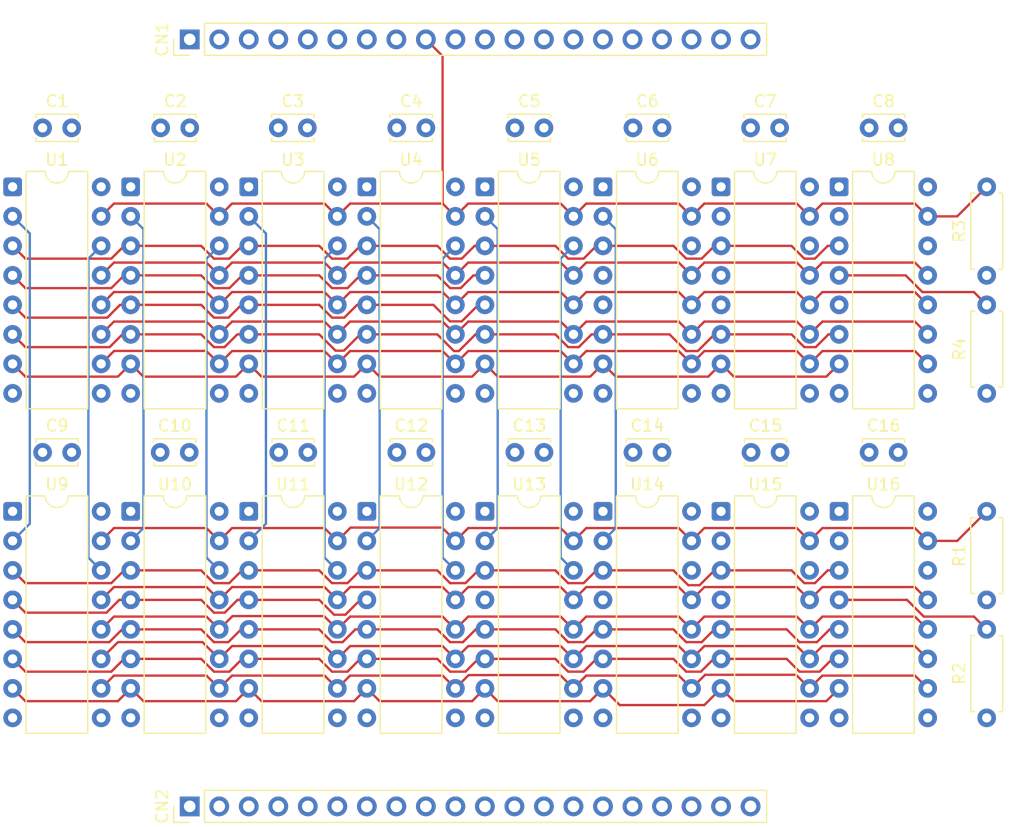
<source format=kicad_pcb>
(kicad_pcb (version 20241229) (generator "pcbnew") (generator_version "9.0")
  (layers (0 "F.Cu" signal) (2 "B.Cu" signal) (13 "F.Paste" user) (15 "B.Paste" user) (5 "F.SilkS" user "F.Silkscreen") (7 "B.SilkS" user "B.Silkscreen") (1 "F.Mask" user) (3 "B.Mask" user) (25 "Edge.Cuts" user))
  (net 0 "")
  (net 1 "V_{CC}")
  (net 2 "V_{SS}")
  (net 3 "/~{CAS_{III}}")
  (net 4 "/~{RAS_{IV}}")
  (net 5 "V_{DD}")
  (net 6 "/A_{1}")
  (net 7 "V_{BB}")
  (net 8 "/A_{3}")
  (net 9 "/A_{0}")
  (net 10 "/~{RAS_{III}}")
  (net 11 "/~{CAS_{IV}}")
  (net 12 "/A_{6}")
  (net 13 "/A_{2}")
  (net 14 "/A_{5}")
  (net 15 "/~{WRITE}")
  (net 16 "/A_{4}")
  (net 17 "/DOUT_{5}")
  (net 18 "/DOUT_{2}")
  (net 19 "/DOUT_{1}")
  (net 20 "/DOUT_{0}")
  (net 21 "/DOUT_{6}")
  (net 22 "/DOUT_{3}")
  (net 23 "/DOUT_{7}")
  (net 24 "/DIN_{5}")
  (net 25 "/DOUT_{4}")
  (net 26 "/DIN_{2}")
  (net 27 "/DIN_{0}")
  (net 28 "/DIN_{4}")
  (net 29 "/DIN_{1}")
  (net 30 "/DIN_{7}")
  (net 31 "/DIN_{6}")
  (net 32 "/DIN_{3}")
  (footprint "Package_DIP:DIP-16_W7.62mm" (layer "F.Cu") (at 88.9 81.28)
    (property "Reference" "U11")
    (property "Value" "MK4116N" (hide yes))
  )
  (footprint "Resistor_THT:R_Axial_DIN0207_L6.3mm_D2.5mm_P7.62mm_Horizontal" (layer "F.Cu") (at 152.4 71.12 90)
    (property "Reference" "R4")
    (property "Value" "1KΩ")
  )
  (footprint "Connector_PinHeader_2.54mm:PinHeader_1x20_P2.54mm_Vertical" (layer "F.Cu") (at 83.82 40.64 90)
    (property "Reference" "CN1")
    (property "Value" "Address & Power")
  )
  (footprint "Capacitor_THT:C_Disc_D3.4mm_W2.1mm_P2.50mm" (layer "F.Cu") (at 121.96 76.2)
    (property "Reference" "C14")
    (property "Value" "100µF" (hide yes))
  )
  (footprint "Package_DIP:DIP-16_W7.62mm" (layer "F.Cu") (at 119.38 81.28)
    (property "Reference" "U14")
    (property "Value" "MK4116N" (hide yes))
  )
  (footprint "Capacitor_THT:C_Disc_D3.4mm_W2.1mm_P2.50mm" (layer "F.Cu") (at 132.08 48.26)
    (property "Reference" "C7")
    (property "Value" "100µF" (hide yes))
  )
  (footprint "Package_DIP:DIP-16_W7.62mm" (layer "F.Cu") (at 139.7 81.28)
    (property "Reference" "U16")
    (property "Value" "MK4116N" (hide yes))
  )
  (footprint "Capacitor_THT:C_Disc_D3.4mm_W2.1mm_P2.50mm" (layer "F.Cu") (at 121.96 48.26)
    (property "Reference" "C6")
    (property "Value" "100µF" (hide yes))
  )
  (footprint "Package_DIP:DIP-16_W7.62mm" (layer "F.Cu") (at 129.54 81.28)
    (property "Reference" "U15")
    (property "Value" "MK4116N" (hide yes))
  )
  (footprint "Package_DIP:DIP-16_W7.62mm" (layer "F.Cu") (at 99.06 81.28)
    (property "Reference" "U12")
    (property "Value" "MK4116N" (hide yes))
  )
  (footprint "Capacitor_THT:C_Disc_D3.4mm_W2.1mm_P2.50mm" (layer "F.Cu") (at 91.48 76.2)
    (property "Reference" "C11")
    (property "Value" "100µF" (hide yes))
  )
  (footprint "Capacitor_THT:C_Disc_D3.4mm_W2.1mm_P2.50mm" (layer "F.Cu") (at 142.28 48.26)
    (property "Reference" "C8")
    (property "Value" "100µF" (hide yes))
  )
  (footprint "Capacitor_THT:C_Disc_D3.4mm_W2.1mm_P2.50mm" (layer "F.Cu") (at 71.16 76.2)
    (property "Reference" "C9")
    (property "Value" "100µF" (hide yes))
  )
  (footprint "Capacitor_THT:C_Disc_D3.4mm_W2.1mm_P2.50mm" (layer "F.Cu") (at 111.8 76.2)
    (property "Reference" "C13")
    (property "Value" "100µF" (hide yes))
  )
  (footprint "Package_DIP:DIP-16_W7.62mm" (layer "F.Cu") (at 68.58 81.28)
    (property "Reference" "U9")
    (property "Value" "MK4116N" (hide yes))
  )
  (footprint "Package_DIP:DIP-16_W7.62mm" (layer "F.Cu") (at 78.74 53.34)
    (property "Reference" "U2")
    (property "Value" "MK4116N" (hide yes))
  )
  (footprint "Capacitor_THT:C_Disc_D3.4mm_W2.1mm_P2.50mm" (layer "F.Cu") (at 91.44 48.26)
    (property "Reference" "C3")
    (property "Value" "100µF" (hide yes))
  )
  (footprint "Capacitor_THT:C_Disc_D3.4mm_W2.1mm_P2.50mm" (layer "F.Cu") (at 81.32 48.26)
    (property "Reference" "C2")
    (property "Value" "100µF" (hide yes))
  )
  (footprint "Package_DIP:DIP-16_W7.62mm" (layer "F.Cu") (at 88.9 53.34)
    (property "Reference" "U3")
    (property "Value" "MK4116N" (hide yes))
  )
  (footprint "Package_DIP:DIP-16_W7.62mm" (layer "F.Cu") (at 119.38 53.34)
    (property "Reference" "U6")
    (property "Value" "MK4116N" (hide yes))
  )
  (footprint "Resistor_THT:R_Axial_DIN0207_L6.3mm_D2.5mm_P7.62mm_Horizontal" (layer "F.Cu") (at 152.4 88.9 90)
    (property "Reference" "R1")
    (property "Value" "1KΩ")
  )
  (footprint "Package_DIP:DIP-16_W7.62mm" (layer "F.Cu") (at 78.74 81.28)
    (property "Reference" "U10")
    (property "Value" "MK4116N" (hide yes))
  )
  (footprint "Capacitor_THT:C_Disc_D3.4mm_W2.1mm_P2.50mm" (layer "F.Cu") (at 71.16 48.26)
    (property "Reference" "C1")
    (property "Value" "100µF" (hide yes))
  )
  (footprint "Connector_PinHeader_2.54mm:PinHeader_1x20_P2.54mm_Vertical" (layer "F.Cu") (at 83.82 106.68 90)
    (property "Reference" "CN2")
    (property "Value" "Data")
  )
  (footprint "Package_DIP:DIP-16_W7.62mm" (layer "F.Cu") (at 99.06 53.34)
    (property "Reference" "U4")
    (property "Value" "MK4116N" (hide yes))
  )
  (footprint "Resistor_THT:R_Axial_DIN0207_L6.3mm_D2.5mm_P7.62mm_Horizontal" (layer "F.Cu") (at 152.4 60.96 90)
    (property "Reference" "R3")
    (property "Value" "1KΩ")
  )
  (footprint "Package_DIP:DIP-16_W7.62mm" (layer "F.Cu") (at 68.58 53.34)
    (property "Reference" "U1")
    (property "Value" "MK4116N" (hide yes))
  )
  (footprint "Capacitor_THT:C_Disc_D3.4mm_W2.1mm_P2.50mm" (layer "F.Cu") (at 111.8 48.26)
    (property "Reference" "C5")
    (property "Value" "100µF" (hide yes))
  )
  (footprint "Package_DIP:DIP-16_W7.62mm" (layer "F.Cu") (at 129.54 53.34)
    (property "Reference" "U7")
    (property "Value" "MK4116N" (hide yes))
  )
  (footprint "Capacitor_THT:C_Disc_D3.4mm_W2.1mm_P2.50mm" (layer "F.Cu") (at 142.28 76.2)
    (property "Reference" "C16")
    (property "Value" "100µF" (hide yes))
  )
  (footprint "Package_DIP:DIP-16_W7.62mm" (layer "F.Cu") (at 139.7 53.34)
    (property "Reference" "U8")
    (property "Value" "MK4116N" (hide yes))
  )
  (footprint "Capacitor_THT:C_Disc_D3.4mm_W2.1mm_P2.50mm" (layer "F.Cu") (at 101.64 76.2)
    (property "Reference" "C12")
    (property "Value" "100µF" (hide yes))
  )
  (footprint "Capacitor_THT:C_Disc_D3.4mm_W2.1mm_P2.50mm" (layer "F.Cu") (at 132.12 76.2)
    (property "Reference" "C15")
    (property "Value" "100µF" (hide yes))
  )
  (footprint "Package_DIP:DIP-16_W7.62mm" (layer "F.Cu") (at 109.22 53.34)
    (property "Reference" "U5")
    (property "Value" "MK4116N" (hide yes))
  )
  (footprint "Capacitor_THT:C_Disc_D3.4mm_W2.1mm_P2.50mm" (layer "F.Cu") (at 101.64 48.26)
    (property "Reference" "C4")
    (property "Value" "100µF" (hide yes))
  )
  (footprint "Resistor_THT:R_Axial_DIN0207_L6.3mm_D2.5mm_P7.62mm_Horizontal" (layer "F.Cu") (at 152.4 99.06 90)
    (property "Reference" "R2")
    (property "Value" "1KΩ")
  )
  (footprint "Package_DIP:DIP-16_W7.62mm" (layer "F.Cu") (at 109.22 81.28)
    (property "Reference" "U13")
    (property "Value" "MK4116N" (hide yes))
  )
  (footprint "Capacitor_THT:C_Disc_D3.4mm_W2.1mm_P2.50mm" (layer "F.Cu") (at 81.28 76.2)
    (property "Reference" "C10")
    (property "Value" "100µF" (hide yes))
  )
  (segment (start 85.259 82.719) (end 86.36 83.82) (width 0.2) (layer "F.Cu") (net 3))
  (segment (start 106.68 83.82) (end 107.781 82.719) (width 0.2) (layer "F.Cu") (net 3))
  (segment (start 96.52 83.82) (end 97.663 82.677) (width 0.2) (layer "F.Cu") (net 3))
  (segment (start 147.32 83.82) (end 149.86 83.82) (width 0.2) (layer "F.Cu") (net 3))
  (segment (start 87.461 82.719) (end 95.419 82.719) (width 0.2) (layer "F.Cu") (net 3))
  (segment (start 116.84 83.82) (end 117.941 82.719) (width 0.2) (layer "F.Cu") (net 3))
  (segment (start 76.2 83.82) (end 77.301 82.719) (width 0.2) (layer "F.Cu") (net 3))
  (segment (start 97.663 82.677) (end 105.537 82.677) (width 0.2) (layer "F.Cu") (net 3))
  (segment (start 136.059 82.719) (end 137.16 83.82) (width 0.2) (layer "F.Cu") (net 3))
  (segment (start 115.739 82.719) (end 116.84 83.82) (width 0.2) (layer "F.Cu") (net 3))
  (segment (start 138.261 82.719) (end 146.219 82.719) (width 0.2) (layer "F.Cu") (net 3))
  (segment (start 128.101 82.719) (end 136.059 82.719) (width 0.2) (layer "F.Cu") (net 3))
  (segment (start 105.537 82.677) (end 106.68 83.82) (width 0.2) (layer "F.Cu") (net 3))
  (segment (start 127 83.82) (end 128.101 82.719) (width 0.2) (layer "F.Cu") (net 3))
  (segment (start 137.16 83.82) (end 138.261 82.719) (width 0.2) (layer "F.Cu") (net 3))
  (segment (start 149.86 83.82) (end 152.4 81.28) (width 0.2) (layer "F.Cu") (net 3))
  (segment (start 146.219 82.719) (end 147.32 83.82) (width 0.2) (layer "F.Cu") (net 3))
  (segment (start 117.941 82.719) (end 125.899 82.719) (width 0.2) (layer "F.Cu") (net 3))
  (segment (start 125.899 82.719) (end 127 83.82) (width 0.2) (layer "F.Cu") (net 3))
  (segment (start 107.781 82.719) (end 115.739 82.719) (width 0.2) (layer "F.Cu") (net 3))
  (segment (start 77.301 82.719) (end 85.259 82.719) (width 0.2) (layer "F.Cu") (net 3))
  (segment (start 86.36 83.82) (end 87.461 82.719) (width 0.2) (layer "F.Cu") (net 3))
  (segment (start 95.419 82.719) (end 96.52 83.82) (width 0.2) (layer "F.Cu") (net 3))
  (segment (start 145.42495 60.96) (end 146.86395 62.399) (width 0.2) (layer "F.Cu") (net 4))
  (segment (start 96.06395 62.061) (end 97.3919 62.061) (width 0.2) (layer "F.Cu") (net 4))
  (segment (start 107.13605 62.061) (end 108.23705 60.96) (width 0.2) (layer "F.Cu") (net 4))
  (segment (start 87.2319 62.061) (end 88.3329 60.96) (width 0.2) (layer "F.Cu") (net 4))
  (segment (start 98.4929 60.96) (end 99.06 60.96) (width 0.2) (layer "F.Cu") (net 4))
  (segment (start 99.06 60.96) (end 105.12295 60.96) (width 0.2) (layer "F.Cu") (net 4))
  (segment (start 85.90395 62.061) (end 87.2319 62.061) (width 0.2) (layer "F.Cu") (net 4))
  (segment (start 88.9 60.96) (end 94.96295 60.96) (width 0.2) (layer "F.Cu") (net 4))
  (segment (start 139.7 60.96) (end 145.42495 60.96) (width 0.2) (layer "F.Cu") (net 4))
  (segment (start 68.58 60.96) (end 69.681 62.061) (width 0.2) (layer "F.Cu") (net 4))
  (segment (start 146.86395 62.399) (end 151.299 62.399) (width 0.2) (layer "F.Cu") (net 4))
  (segment (start 69.681 62.061) (end 77.0719 62.061) (width 0.2) (layer "F.Cu") (net 4))
  (segment (start 151.299 62.399) (end 152.4 63.5) (width 0.2) (layer "F.Cu") (net 4))
  (segment (start 84.80295 60.96) (end 85.90395 62.061) (width 0.2) (layer "F.Cu") (net 4))
  (segment (start 97.3919 62.061) (end 98.4929 60.96) (width 0.2) (layer "F.Cu") (net 4))
  (segment (start 78.74 60.96) (end 84.80295 60.96) (width 0.2) (layer "F.Cu") (net 4))
  (segment (start 105.12295 60.96) (end 106.22395 62.061) (width 0.2) (layer "F.Cu") (net 4))
  (segment (start 94.96295 60.96) (end 96.06395 62.061) (width 0.2) (layer "F.Cu") (net 4))
  (segment (start 106.22395 62.061) (end 107.13605 62.061) (width 0.2) (layer "F.Cu") (net 4))
  (segment (start 108.23705 60.96) (end 109.22 60.96) (width 0.2) (layer "F.Cu") (net 4))
  (segment (start 78.1729 60.96) (end 78.74 60.96) (width 0.2) (layer "F.Cu") (net 4))
  (segment (start 77.0719 62.061) (end 78.1729 60.96) (width 0.2) (layer "F.Cu") (net 4))
  (segment (start 88.3329 60.96) (end 88.9 60.96) (width 0.2) (layer "F.Cu") (net 4))
  (segment (start 90.001 69.681) (end 97.959 69.681) (width 0.2) (layer "F.Cu") (net 6))
  (segment (start 78.74 68.58) (end 79.841 69.681) (width 0.2) (layer "F.Cu") (net 6))
  (segment (start 129.54 68.58) (end 130.641 69.681) (width 0.2) (layer "F.Cu") (net 6))
  (segment (start 77.639 97.621) (end 78.74 96.52) (width 0.2) (layer "F.Cu") (net 6))
  (segment (start 69.681 69.681) (end 77.639 69.681) (width 0.2) (layer "F.Cu") (net 6))
  (segment (start 68.58 96.52) (end 69.681 97.621) (width 0.2) (layer "F.Cu") (net 6))
  (segment (start 97.959 69.681) (end 99.06 68.58) (width 0.2) (layer "F.Cu") (net 6))
  (segment (start 130.641 97.621) (end 138.599 97.621) (width 0.2) (layer "F.Cu") (net 6))
  (segment (start 87.799 69.681) (end 88.9 68.58) (width 0.2) (layer "F.Cu") (net 6))
  (segment (start 119.38 96.52) (end 120.819 97.959) (width 0.2) (layer "F.Cu") (net 6))
  (segment (start 77.639 69.681) (end 78.74 68.58) (width 0.2) (layer "F.Cu") (net 6))
  (segment (start 128.101 97.959) (end 129.54 96.52) (width 0.2) (layer "F.Cu") (net 6))
  (segment (start 138.599 69.681) (end 139.7 68.58) (width 0.2) (layer "F.Cu") (net 6))
  (segment (start 79.841 97.621) (end 87.799 97.621) (width 0.2) (layer "F.Cu") (net 6))
  (segment (start 68.58 68.58) (end 69.681 69.681) (width 0.2) (layer "F.Cu") (net 6))
  (segment (start 110.321 97.621) (end 118.279 97.621) (width 0.2) (layer "F.Cu") (net 6))
  (segment (start 118.279 69.681) (end 119.38 68.58) (width 0.2) (layer "F.Cu") (net 6))
  (segment (start 138.599 97.621) (end 139.7 96.52) (width 0.2) (layer "F.Cu") (net 6))
  (segment (start 99.06 96.52) (end 100.161 97.621) (width 0.2) (layer "F.Cu") (net 6))
  (segment (start 90.001 97.621) (end 97.959 97.621) (width 0.2) (layer "F.Cu") (net 6))
  (segment (start 109.22 68.58) (end 110.321 69.681) (width 0.2) (layer "F.Cu") (net 6))
  (segment (start 120.481 69.681) (end 128.439 69.681) (width 0.2) (layer "F.Cu") (net 6))
  (segment (start 108.119 69.681) (end 109.22 68.58) (width 0.2) (layer "F.Cu") (net 6))
  (segment (start 69.681 97.621) (end 77.639 97.621) (width 0.2) (layer "F.Cu") (net 6))
  (segment (start 108.119 97.621) (end 109.22 96.52) (width 0.2) (layer "F.Cu") (net 6))
  (segment (start 118.279 97.621) (end 119.38 96.52) (width 0.2) (layer "F.Cu") (net 6))
  (segment (start 119.38 68.58) (end 120.481 69.681) (width 0.2) (layer "F.Cu") (net 6))
  (segment (start 88.9 96.52) (end 90.001 97.621) (width 0.2) (layer "F.Cu") (net 6))
  (segment (start 100.161 69.681) (end 108.119 69.681) (width 0.2) (layer "F.Cu") (net 6))
  (segment (start 87.799 97.621) (end 88.9 96.52) (width 0.2) (layer "F.Cu") (net 6))
  (segment (start 129.54 96.52) (end 130.641 97.621) (width 0.2) (layer "F.Cu") (net 6))
  (segment (start 79.841 69.681) (end 87.799 69.681) (width 0.2) (layer "F.Cu") (net 6))
  (segment (start 88.9 68.58) (end 90.001 69.681) (width 0.2) (layer "F.Cu") (net 6))
  (segment (start 110.321 69.681) (end 118.279 69.681) (width 0.2) (layer "F.Cu") (net 6))
  (segment (start 109.22 96.52) (end 110.321 97.621) (width 0.2) (layer "F.Cu") (net 6))
  (segment (start 100.161 97.621) (end 108.119 97.621) (width 0.2) (layer "F.Cu") (net 6))
  (segment (start 78.74 96.52) (end 79.841 97.621) (width 0.2) (layer "F.Cu") (net 6))
  (segment (start 99.06 68.58) (end 100.161 69.681) (width 0.2) (layer "F.Cu") (net 6))
  (segment (start 128.439 69.681) (end 129.54 68.58) (width 0.2) (layer "F.Cu") (net 6))
  (segment (start 120.819 97.959) (end 128.101 97.959) (width 0.2) (layer "F.Cu") (net 6))
  (segment (start 130.641 69.681) (end 138.599 69.681) (width 0.2) (layer "F.Cu") (net 6))
  (segment (start 97.959 97.621) (end 99.06 96.52) (width 0.2) (layer "F.Cu") (net 6))
  (segment (start 107.781 62.399) (end 115.739 62.399) (width 0.2) (layer "F.Cu") (net 8))
  (segment (start 137.16 63.5) (end 138.261 62.399) (width 0.2) (layer "F.Cu") (net 8))
  (segment (start 77.301 90.339) (end 85.259 90.339) (width 0.2) (layer "F.Cu") (net 8))
  (segment (start 105.579 62.399) (end 106.68 63.5) (width 0.2) (layer "F.Cu") (net 8))
  (segment (start 97.621 90.339) (end 105.579 90.339) (width 0.2) (layer "F.Cu") (net 8))
  (segment (start 116.84 63.5) (end 117.941 62.399) (width 0.2) (layer "F.Cu") (net 8))
  (segment (start 128.101 62.399) (end 136.059 62.399) (width 0.2) (layer "F.Cu") (net 8))
  (segment (start 138.261 90.339) (end 146.219 90.339) (width 0.2) (layer "F.Cu") (net 8))
  (segment (start 85.259 62.399) (end 86.36 63.5) (width 0.2) (layer "F.Cu") (net 8))
  (segment (start 136.059 90.339) (end 137.16 91.44) (width 0.2) (layer "F.Cu") (net 8))
  (segment (start 127 91.44) (end 128.101 90.339) (width 0.2) (layer "F.Cu") (net 8))
  (segment (start 77.301 62.399) (end 85.259 62.399) (width 0.2) (layer "F.Cu") (net 8))
  (segment (start 96.52 63.5) (end 97.621 62.399) (width 0.2) (layer "F.Cu") (net 8))
  (segment (start 97.621 62.399) (end 105.579 62.399) (width 0.2) (layer "F.Cu") (net 8))
  (segment (start 138.261 62.399) (end 146.219 62.399) (width 0.2) (layer "F.Cu") (net 8))
  (segment (start 76.2 91.44) (end 77.301 90.339) (width 0.2) (layer "F.Cu") (net 8))
  (segment (start 128.101 90.339) (end 136.059 90.339) (width 0.2) (layer "F.Cu") (net 8))
  (segment (start 125.899 90.339) (end 127 91.44) (width 0.2) (layer "F.Cu") (net 8))
  (segment (start 96.52 91.44) (end 97.621 90.339) (width 0.2) (layer "F.Cu") (net 8))
  (segment (start 105.579 90.339) (end 106.68 91.44) (width 0.2) (layer "F.Cu") (net 8))
  (segment (start 116.84 91.44) (end 117.941 90.339) (width 0.2) (layer "F.Cu") (net 8))
  (segment (start 137.16 91.44) (end 138.261 90.339) (width 0.2) (layer "F.Cu") (net 8))
  (segment (start 106.68 63.5) (end 107.781 62.399) (width 0.2) (layer "F.Cu") (net 8))
  (segment (start 125.899 62.399) (end 127 63.5) (width 0.2) (layer "F.Cu") (net 8))
  (segment (start 87.461 62.399) (end 95.419 62.399) (width 0.2) (layer "F.Cu") (net 8))
  (segment (start 146.219 90.339) (end 147.32 91.44) (width 0.2) (layer "F.Cu") (net 8))
  (segment (start 86.36 63.5) (end 87.461 62.399) (width 0.2) (layer "F.Cu") (net 8))
  (segment (start 106.68 91.44) (end 107.781 90.339) (width 0.2) (layer "F.Cu") (net 8))
  (segment (start 85.259 90.339) (end 86.36 91.44) (width 0.2) (layer "F.Cu") (net 8))
  (segment (start 115.739 90.339) (end 116.84 91.44) (width 0.2) (layer "F.Cu") (net 8))
  (segment (start 115.739 62.399) (end 116.84 63.5) (width 0.2) (layer "F.Cu") (net 8))
  (segment (start 127 63.5) (end 128.101 62.399) (width 0.2) (layer "F.Cu") (net 8))
  (segment (start 146.219 62.399) (end 147.32 63.5) (width 0.2) (layer "F.Cu") (net 8))
  (segment (start 76.2 63.5) (end 77.301 62.399) (width 0.2) (layer "F.Cu") (net 8))
  (segment (start 95.419 62.399) (end 96.52 63.5) (width 0.2) (layer "F.Cu") (net 8))
  (segment (start 136.059 62.399) (end 137.16 63.5) (width 0.2) (layer "F.Cu") (net 8))
  (segment (start 117.941 90.339) (end 125.899 90.339) (width 0.2) (layer "F.Cu") (net 8))
  (segment (start 117.941 62.399) (end 125.899 62.399) (width 0.2) (layer "F.Cu") (net 8))
  (segment (start 107.781 90.339) (end 115.739 90.339) (width 0.2) (layer "F.Cu") (net 8))
  (segment (start 86.36 91.44) (end 87.503 90.297) (width 0.2) (layer "F.Cu") (net 8))
  (segment (start 87.503 90.297) (end 95.377 90.297) (width 0.2) (layer "F.Cu") (net 8))
  (segment (start 95.377 90.297) (end 96.52 91.44) (width 0.2) (layer "F.Cu") (net 8))
  (segment (start 136.2881 92.541) (end 137.7862 92.541) (width 0.2) (layer "F.Cu") (net 9))
  (segment (start 87.164 64.601) (end 88.265 63.5) (width 0.2) (layer "F.Cu") (net 9))
  (segment (start 129.54 91.44) (end 135.1871 91.44) (width 0.2) (layer "F.Cu") (net 9))
  (segment (start 68.58 91.44) (end 69.681 92.541) (width 0.2) (layer "F.Cu") (net 9))
  (segment (start 115.28295 91.44) (end 116.38395 92.541) (width 0.2) (layer "F.Cu") (net 9))
  (segment (start 138.8872 91.44) (end 139.7 91.44) (width 0.2) (layer "F.Cu") (net 9))
  (segment (start 99.06 63.5) (end 104.78495 63.5) (width 0.2) (layer "F.Cu") (net 9))
  (segment (start 118.8129 91.44) (end 119.38 91.44) (width 0.2) (layer "F.Cu") (net 9))
  (segment (start 107.3316 92.541) (end 108.4326 91.44) (width 0.2) (layer "F.Cu") (net 9))
  (segment (start 116.38395 92.541) (end 117.7119 92.541) (width 0.2) (layer "F.Cu") (net 9))
  (segment (start 108.6529 63.5) (end 109.22 63.5) (width 0.2) (layer "F.Cu") (net 9))
  (segment (start 96.97605 92.541) (end 98.07705 91.44) (width 0.2) (layer "F.Cu") (net 9))
  (segment (start 94.96295 63.5) (end 96.06395 64.601) (width 0.2) (layer "F.Cu") (net 9))
  (segment (start 106.20735 64.9224) (end 107.2305 64.9224) (width 0.2) (layer "F.Cu") (net 9))
  (segment (start 135.1871 91.44) (end 136.2881 92.541) (width 0.2) (layer "F.Cu") (net 9))
  (segment (start 88.2396 91.44) (end 88.9 91.44) (width 0.2) (layer "F.Cu") (net 9))
  (segment (start 96.06395 64.601) (end 97.1208 64.601) (width 0.2) (layer "F.Cu") (net 9))
  (segment (start 126.54395 92.541) (end 127.8719 92.541) (width 0.2) (layer "F.Cu") (net 9))
  (segment (start 106.22395 92.541) (end 107.3316 92.541) (width 0.2) (layer "F.Cu") (net 9))
  (segment (start 96.06395 92.541) (end 96.97605 92.541) (width 0.2) (layer "F.Cu") (net 9))
  (segment (start 127.8719 92.541) (end 128.9729 91.44) (width 0.2) (layer "F.Cu") (net 9))
  (segment (start 119.38 91.44) (end 125.44295 91.44) (width 0.2) (layer "F.Cu") (net 9))
  (segment (start 98.2218 63.5) (end 99.06 63.5) (width 0.2) (layer "F.Cu") (net 9))
  (segment (start 104.78495 63.5) (end 106.20735 64.9224) (width 0.2) (layer "F.Cu") (net 9))
  (segment (start 117.7119 92.541) (end 118.8129 91.44) (width 0.2) (layer "F.Cu") (net 9))
  (segment (start 87.1386 92.541) (end 88.2396 91.44) (width 0.2) (layer "F.Cu") (net 9))
  (segment (start 69.681 92.541) (end 76.9024 92.541) (width 0.2) (layer "F.Cu") (net 9))
  (segment (start 97.1208 64.601) (end 98.2218 63.5) (width 0.2) (layer "F.Cu") (net 9))
  (segment (start 77.8256 63.5) (end 78.74 63.5) (width 0.2) (layer "F.Cu") (net 9))
  (segment (start 108.4326 91.44) (end 109.22 91.44) (width 0.2) (layer "F.Cu") (net 9))
  (segment (start 76.7246 64.601) (end 77.8256 63.5) (width 0.2) (layer "F.Cu") (net 9))
  (segment (start 107.2305 64.9224) (end 108.6529 63.5) (width 0.2) (layer "F.Cu") (net 9))
  (segment (start 84.80295 63.5) (end 85.90395 64.601) (width 0.2) (layer "F.Cu") (net 9))
  (segment (start 78.74 91.44) (end 84.80295 91.44) (width 0.2) (layer "F.Cu") (net 9))
  (segment (start 76.9024 92.541) (end 78.0034 91.44) (width 0.2) (layer "F.Cu") (net 9))
  (segment (start 109.22 91.44) (end 115.28295 91.44) (width 0.2) (layer "F.Cu") (net 9))
  (segment (start 94.96295 91.44) (end 96.06395 92.541) (width 0.2) (layer "F.Cu") (net 9))
  (segment (start 78.74 63.5) (end 84.80295 63.5) (width 0.2) (layer "F.Cu") (net 9))
  (segment (start 69.681 64.601) (end 76.7246 64.601) (width 0.2) (layer "F.Cu") (net 9))
  (segment (start 68.58 63.5) (end 69.681 64.601) (width 0.2) (layer "F.Cu") (net 9))
  (segment (start 105.12295 91.44) (end 106.22395 92.541) (width 0.2) (layer "F.Cu") (net 9))
  (segment (start 85.90395 92.541) (end 87.1386 92.541) (width 0.2) (layer "F.Cu") (net 9))
  (segment (start 98.07705 91.44) (end 99.06 91.44) (width 0.2) (layer "F.Cu") (net 9))
  (segment (start 88.265 63.5) (end 88.9 63.5) (width 0.2) (layer "F.Cu") (net 9))
  (segment (start 99.06 91.44) (end 105.12295 91.44) (width 0.2) (layer "F.Cu") (net 9))
  (segment (start 85.90395 64.601) (end 87.164 64.601) (width 0.2) (layer "F.Cu") (net 9))
  (segment (start 78.0034 91.44) (end 78.74 91.44) (width 0.2) (layer "F.Cu") (net 9))
  (segment (start 88.9 91.44) (end 94.96295 91.44) (width 0.2) (layer "F.Cu") (net 9))
  (segment (start 137.7862 92.541) (end 138.8872 91.44) (width 0.2) (layer "F.Cu") (net 9))
  (segment (start 84.80295 91.44) (end 85.90395 92.541) (width 0.2) (layer "F.Cu") (net 9))
  (segment (start 88.9 63.5) (end 94.96295 63.5) (width 0.2) (layer "F.Cu") (net 9))
  (segment (start 125.44295 91.44) (end 126.54395 92.541) (width 0.2) (layer "F.Cu") (net 9))
  (segment (start 128.9729 91.44) (end 129.54 91.44) (width 0.2) (layer "F.Cu") (net 9))
  (segment (start 98.4929 88.9) (end 99.06 88.9) (width 0.2) (layer "F.Cu") (net 10))
  (segment (start 94.96295 88.9) (end 96.2415 90.17855) (width 0.2) (layer "F.Cu") (net 10))
  (segment (start 69.681 90.001) (end 76.65605 90.001) (width 0.2) (layer "F.Cu") (net 10))
  (segment (start 78.74 88.9) (end 84.80295 88.9) (width 0.2) (layer "F.Cu") (net 10))
  (segment (start 77.75705 88.9) (end 78.74 88.9) (width 0.2) (layer "F.Cu") (net 10))
  (segment (start 96.2415 90.17855) (end 97.21435 90.17855) (width 0.2) (layer "F.Cu") (net 10))
  (segment (start 86.8338 90.001) (end 87.9348 88.9) (width 0.2) (layer "F.Cu") (net 10))
  (segment (start 84.80295 88.9) (end 85.90395 90.001) (width 0.2) (layer "F.Cu") (net 10))
  (segment (start 68.58 88.9) (end 69.681 90.001) (width 0.2) (layer "F.Cu") (net 10))
  (segment (start 139.7 88.9) (end 145.542 88.9) (width 0.2) (layer "F.Cu") (net 10))
  (segment (start 97.21435 90.17855) (end 98.4929 88.9) (width 0.2) (layer "F.Cu") (net 10))
  (segment (start 87.9348 88.9) (end 88.9 88.9) (width 0.2) (layer "F.Cu") (net 10))
  (segment (start 145.542 88.9) (end 146.981 90.339) (width 0.2) (layer "F.Cu") (net 10))
  (segment (start 88.9 88.9) (end 94.96295 88.9) (width 0.2) (layer "F.Cu") (net 10))
  (segment (start 146.981 90.339) (end 151.299 90.339) (width 0.2) (layer "F.Cu") (net 10))
  (segment (start 85.90395 90.001) (end 86.8338 90.001) (width 0.2) (layer "F.Cu") (net 10))
  (segment (start 151.299 90.339) (end 152.4 91.44) (width 0.2) (layer "F.Cu") (net 10))
  (segment (start 76.65605 90.001) (end 77.75705 88.9) (width 0.2) (layer "F.Cu") (net 10))
  (segment (start 147.32 55.88) (end 149.86 55.88) (width 0.2) (layer "F.Cu") (net 11))
  (segment (start 125.899 54.779) (end 127 55.88) (width 0.2) (layer "F.Cu") (net 11))
  (segment (start 76.2 55.88) (end 77.301 54.779) (width 0.2) (layer "F.Cu") (net 11))
  (segment (start 149.86 55.88) (end 152.4 53.34) (width 0.2) (layer "F.Cu") (net 11))
  (segment (start 87.461 54.779) (end 95.419 54.779) (width 0.2) (layer "F.Cu") (net 11))
  (segment (start 116.84 55.88) (end 117.941 54.779) (width 0.2) (layer "F.Cu") (net 11))
  (segment (start 117.941 54.779) (end 125.899 54.779) (width 0.2) (layer "F.Cu") (net 11))
  (segment (start 105.579 42.079) (end 105.579 54.779) (width 0.2) (layer "F.Cu") (net 11))
  (segment (start 128.101 54.779) (end 136.059 54.779) (width 0.2) (layer "F.Cu") (net 11))
  (segment (start 104.14 40.64) (end 105.579 42.079) (width 0.2) (layer "F.Cu") (net 11))
  (segment (start 107.781 54.779) (end 115.739 54.779) (width 0.2) (layer "F.Cu") (net 11))
  (segment (start 86.36 55.88) (end 87.461 54.779) (width 0.2) (layer "F.Cu") (net 11))
  (segment (start 95.419 54.779) (end 96.52 55.88) (width 0.2) (layer "F.Cu") (net 11))
  (segment (start 77.301 54.779) (end 85.259 54.779) (width 0.2) (layer "F.Cu") (net 11))
  (segment (start 136.059 54.779) (end 137.16 55.88) (width 0.2) (layer "F.Cu") (net 11))
  (segment (start 146.219 54.779) (end 147.32 55.88) (width 0.2) (layer "F.Cu") (net 11))
  (segment (start 97.621 54.779) (end 105.579 54.779) (width 0.2) (layer "F.Cu") (net 11))
  (segment (start 115.739 54.779) (end 116.84 55.88) (width 0.2) (layer "F.Cu") (net 11))
  (segment (start 137.16 55.88) (end 138.261 54.779) (width 0.2) (layer "F.Cu") (net 11))
  (segment (start 138.261 54.779) (end 146.219 54.779) (width 0.2) (layer "F.Cu") (net 11))
  (segment (start 96.52 55.88) (end 97.621 54.779) (width 0.2) (layer "F.Cu") (net 11))
  (segment (start 127 55.88) (end 128.101 54.779) (width 0.2) (layer "F.Cu") (net 11))
  (segment (start 85.259 54.779) (end 86.36 55.88) (width 0.2) (layer "F.Cu") (net 11))
  (segment (start 105.579 54.779) (end 106.68 55.88) (width 0.2) (layer "F.Cu") (net 11))
  (segment (start 106.68 55.88) (end 107.781 54.779) (width 0.2) (layer "F.Cu") (net 11))
  (segment (start 77.301 87.799) (end 85.259 87.799) (width 0.2) (layer "F.Cu") (net 12))
  (segment (start 106.68 60.96) (end 107.781 59.859) (width 0.2) (layer "F.Cu") (net 12))
  (segment (start 107.781 59.859) (end 115.739 59.859) (width 0.2) (layer "F.Cu") (net 12))
  (segment (start 117.941 87.799) (end 125.899 87.799) (width 0.2) (layer "F.Cu") (net 12))
  (segment (start 146.219 59.859) (end 147.32 60.96) (width 0.2) (layer "F.Cu") (net 12))
  (segment (start 138.261 59.859) (end 146.219 59.859) (width 0.2) (layer "F.Cu") (net 12))
  (segment (start 76.2 60.96) (end 77.301 59.859) (width 0.2) (layer "F.Cu") (net 12))
  (segment (start 97.621 87.799) (end 105.579 87.799) (width 0.2) (layer "F.Cu") (net 12))
  (segment (start 116.84 60.96) (end 117.941 59.859) (width 0.2) (layer "F.Cu") (net 12))
  (segment (start 105.579 59.859) (end 106.68 60.96) (width 0.2) (layer "F.Cu") (net 12))
  (segment (start 97.621 59.859) (end 105.579 59.859) (width 0.2) (layer "F.Cu") (net 12))
  (segment (start 85.259 59.859) (end 86.36 60.96) (width 0.2) (layer "F.Cu") (net 12))
  (segment (start 117.941 59.859) (end 125.899 59.859) (width 0.2) (layer "F.Cu") (net 12))
  (segment (start 137.16 60.96) (end 138.261 59.859) (width 0.2) (layer "F.Cu") (net 12))
  (segment (start 95.419 59.859) (end 96.52 60.96) (width 0.2) (layer "F.Cu") (net 12))
  (segment (start 116.84 88.9) (end 117.941 87.799) (width 0.2) (layer "F.Cu") (net 12))
  (segment (start 77.301 59.859) (end 85.259 59.859) (width 0.2) (layer "F.Cu") (net 12))
  (segment (start 127 88.9) (end 128.101 87.799) (width 0.2) (layer "F.Cu") (net 12))
  (segment (start 128.101 87.799) (end 136.059 87.799) (width 0.2) (layer "F.Cu") (net 12))
  (segment (start 128.101 59.859) (end 136.059 59.859) (width 0.2) (layer "F.Cu") (net 12))
  (segment (start 107.781 87.799) (end 115.739 87.799) (width 0.2) (layer "F.Cu") (net 12))
  (segment (start 115.739 87.799) (end 116.84 88.9) (width 0.2) (layer "F.Cu") (net 12))
  (segment (start 115.739 59.859) (end 116.84 60.96) (width 0.2) (layer "F.Cu") (net 12))
  (segment (start 96.52 88.9) (end 97.621 87.799) (width 0.2) (layer "F.Cu") (net 12))
  (segment (start 125.899 87.799) (end 127 88.9) (width 0.2) (layer "F.Cu") (net 12))
  (segment (start 105.579 87.799) (end 106.68 88.9) (width 0.2) (layer "F.Cu") (net 12))
  (segment (start 125.899 59.859) (end 127 60.96) (width 0.2) (layer "F.Cu") (net 12))
  (segment (start 87.461 87.799) (end 95.419 87.799) (width 0.2) (layer "F.Cu") (net 12))
  (segment (start 87.461 59.859) (end 95.419 59.859) (width 0.2) (layer "F.Cu") (net 12))
  (segment (start 136.059 59.859) (end 137.16 60.96) (width 0.2) (layer "F.Cu") (net 12))
  (segment (start 86.36 88.9) (end 87.461 87.799) (width 0.2) (layer "F.Cu") (net 12))
  (segment (start 95.419 87.799) (end 96.52 88.9) (width 0.2) (layer "F.Cu") (net 12))
  (segment (start 137.16 88.9) (end 138.261 87.799) (width 0.2) (layer "F.Cu") (net 12))
  (segment (start 146.219 87.799) (end 147.32 88.9) (width 0.2) (layer "F.Cu") (net 12))
  (segment (start 85.259 87.799) (end 86.36 88.9) (width 0.2) (layer "F.Cu") (net 12))
  (segment (start 138.261 87.799) (end 146.219 87.799) (width 0.2) (layer "F.Cu") (net 12))
  (segment (start 136.059 87.799) (end 137.16 88.9) (width 0.2) (layer "F.Cu") (net 12))
  (segment (start 76.2 88.9) (end 77.301 87.799) (width 0.2) (layer "F.Cu") (net 12))
  (segment (start 127 60.96) (end 128.101 59.859) (width 0.2) (layer "F.Cu") (net 12))
  (segment (start 106.68 88.9) (end 107.781 87.799) (width 0.2) (layer "F.Cu") (net 12))
  (segment (start 96.52 60.96) (end 97.621 59.859) (width 0.2) (layer "F.Cu") (net 12))
  (segment (start 86.36 60.96) (end 87.461 59.859) (width 0.2) (layer "F.Cu") (net 12))
  (segment (start 138.0148 95.081) (end 139.1158 93.98) (width 0.2) (layer "F.Cu") (net 13))
  (segment (start 117.7119 95.081) (end 118.8129 93.98) (width 0.2) (layer "F.Cu") (net 13))
  (segment (start 88.9 66.04) (end 94.96295 66.04) (width 0.2) (layer "F.Cu") (net 13))
  (segment (start 139.1158 93.98) (end 139.7 93.98) (width 0.2) (layer "F.Cu") (net 13))
  (segment (start 135.60295 66.04) (end 136.70395 67.141) (width 0.2) (layer "F.Cu") (net 13))
  (segment (start 108.6529 93.98) (end 109.22 93.98) (width 0.2) (layer "F.Cu") (net 13))
  (segment (start 126.54395 95.081) (end 127.804 95.081) (width 0.2) (layer "F.Cu") (net 13))
  (segment (start 128.905 93.98) (end 129.54 93.98) (width 0.2) (layer "F.Cu") (net 13))
  (segment (start 97.08735 67.44555) (end 98.4929 66.04) (width 0.2) (layer "F.Cu") (net 13))
  (segment (start 69.681 67.141) (end 76.9278 67.141) (width 0.2) (layer "F.Cu") (net 13))
  (segment (start 135.1871 93.98) (end 136.2881 95.081) (width 0.2) (layer "F.Cu") (net 13))
  (segment (start 127.5339 67.479) (end 128.9729 66.04) (width 0.2) (layer "F.Cu") (net 13))
  (segment (start 69.681 95.081) (end 77.0719 95.081) (width 0.2) (layer "F.Cu") (net 13))
  (segment (start 119.38 93.98) (end 125.44295 93.98) (width 0.2) (layer "F.Cu") (net 13))
  (segment (start 125.44295 93.98) (end 126.54395 95.081) (width 0.2) (layer "F.Cu") (net 13))
  (segment (start 129.54 93.98) (end 135.1871 93.98) (width 0.2) (layer "F.Cu") (net 13))
  (segment (start 96.06395 95.081) (end 97.3919 95.081) (width 0.2) (layer "F.Cu") (net 13))
  (segment (start 118.39705 66.04) (end 119.38 66.04) (width 0.2) (layer "F.Cu") (net 13))
  (segment (start 109.22 93.98) (end 115.28295 93.98) (width 0.2) (layer "F.Cu") (net 13))
  (segment (start 137.6846 67.141) (end 138.7856 66.04) (width 0.2) (layer "F.Cu") (net 13))
  (segment (start 98.4929 66.04) (end 99.06 66.04) (width 0.2) (layer "F.Cu") (net 13))
  (segment (start 78.74 66.04) (end 84.80295 66.04) (width 0.2) (layer "F.Cu") (net 13))
  (segment (start 127.804 95.081) (end 128.905 93.98) (width 0.2) (layer "F.Cu") (net 13))
  (segment (start 68.58 66.04) (end 69.681 67.141) (width 0.2) (layer "F.Cu") (net 13))
  (segment (start 115.28295 93.98) (end 116.38395 95.081) (width 0.2) (layer "F.Cu") (net 13))
  (segment (start 119.38 66.04) (end 125.10495 66.04) (width 0.2) (layer "F.Cu") (net 13))
  (segment (start 78.0288 66.04) (end 78.74 66.04) (width 0.2) (layer "F.Cu") (net 13))
  (segment (start 136.70395 67.141) (end 137.6846 67.141) (width 0.2) (layer "F.Cu") (net 13))
  (segment (start 109.22 66.04) (end 115.28295 66.04) (width 0.2) (layer "F.Cu") (net 13))
  (segment (start 105.12295 66.04) (end 106.56195 67.479) (width 0.2) (layer "F.Cu") (net 13))
  (segment (start 94.96295 93.98) (end 96.06395 95.081) (width 0.2) (layer "F.Cu") (net 13))
  (segment (start 88.3329 93.98) (end 88.9 93.98) (width 0.2) (layer "F.Cu") (net 13))
  (segment (start 87.91705 66.04) (end 88.9 66.04) (width 0.2) (layer "F.Cu") (net 13))
  (segment (start 68.58 93.98) (end 69.681 95.081) (width 0.2) (layer "F.Cu") (net 13))
  (segment (start 94.96295 66.04) (end 96.3685 67.44555) (width 0.2) (layer "F.Cu") (net 13))
  (segment (start 87.2319 95.081) (end 88.3329 93.98) (width 0.2) (layer "F.Cu") (net 13))
  (segment (start 106.976 67.479) (end 108.415 66.04) (width 0.2) (layer "F.Cu") (net 13))
  (segment (start 116.38395 67.141) (end 117.29605 67.141) (width 0.2) (layer "F.Cu") (net 13))
  (segment (start 106.56195 67.479) (end 106.976 67.479) (width 0.2) (layer "F.Cu") (net 13))
  (segment (start 99.06 93.98) (end 105.12295 93.98) (width 0.2) (layer "F.Cu") (net 13))
  (segment (start 116.38395 95.081) (end 117.7119 95.081) (width 0.2) (layer "F.Cu") (net 13))
  (segment (start 85.90395 95.081) (end 87.2319 95.081) (width 0.2) (layer "F.Cu") (net 13))
  (segment (start 136.2881 95.081) (end 138.0148 95.081) (width 0.2) (layer "F.Cu") (net 13))
  (segment (start 108.415 66.04) (end 109.22 66.04) (width 0.2) (layer "F.Cu") (net 13))
  (segment (start 129.54 66.04) (end 135.60295 66.04) (width 0.2) (layer "F.Cu") (net 13))
  (segment (start 115.28295 66.04) (end 116.38395 67.141) (width 0.2) (layer "F.Cu") (net 13))
  (segment (start 117.29605 67.141) (end 118.39705 66.04) (width 0.2) (layer "F.Cu") (net 13))
  (segment (start 96.3685 67.44555) (end 97.08735 67.44555) (width 0.2) (layer "F.Cu") (net 13))
  (segment (start 86.81605 67.141) (end 87.91705 66.04) (width 0.2) (layer "F.Cu") (net 13))
  (segment (start 78.74 93.98) (end 84.80295 93.98) (width 0.2) (layer "F.Cu") (net 13))
  (segment (start 128.9729 66.04) (end 129.54 66.04) (width 0.2) (layer "F.Cu") (net 13))
  (segment (start 138.7856 66.04) (end 139.7 66.04) (width 0.2) (layer "F.Cu") (net 13))
  (segment (start 98.4929 93.98) (end 99.06 93.98) (width 0.2) (layer "F.Cu") (net 13))
  (segment (start 125.10495 66.04) (end 126.54395 67.479) (width 0.2) (layer "F.Cu") (net 13))
  (segment (start 76.9278 67.141) (end 78.0288 66.04) (width 0.2) (layer "F.Cu") (net 13))
  (segment (start 106.22395 95.081) (end 107.5519 95.081) (width 0.2) (layer "F.Cu") (net 13))
  (segment (start 118.8129 93.98) (end 119.38 93.98) (width 0.2) (layer "F.Cu") (net 13))
  (segment (start 84.80295 66.04) (end 85.90395 67.141) (width 0.2) (layer "F.Cu") (net 13))
  (segment (start 126.54395 67.479) (end 127.5339 67.479) (width 0.2) (layer "F.Cu") (net 13))
  (segment (start 85.90395 67.141) (end 86.81605 67.141) (width 0.2) (layer "F.Cu") (net 13))
  (segment (start 88.9 93.98) (end 94.96295 93.98) (width 0.2) (layer "F.Cu") (net 13))
  (segment (start 77.0719 95.081) (end 78.1729 93.98) (width 0.2) (layer "F.Cu") (net 13))
  (segment (start 97.3919 95.081) (end 98.4929 93.98) (width 0.2) (layer "F.Cu") (net 13))
  (segment (start 107.5519 95.081) (end 108.6529 93.98) (width 0.2) (layer "F.Cu") (net 13))
  (segment (start 78.1729 93.98) (end 78.74 93.98) (width 0.2) (layer "F.Cu") (net 13))
  (segment (start 84.80295 93.98) (end 85.90395 95.081) (width 0.2) (layer "F.Cu") (net 13))
  (segment (start 99.06 66.04) (end 105.12295 66.04) (width 0.2) (layer "F.Cu") (net 13))
  (segment (start 105.12295 93.98) (end 106.22395 95.081) (width 0.2) (layer "F.Cu") (net 13))
  (segment (start 85.259 95.419) (end 86.36 96.52) (width 0.2) (layer "F.Cu") (net 14))
  (segment (start 128.101 67.479) (end 136.059 67.479) (width 0.2) (layer "F.Cu") (net 14))
  (segment (start 106.68 96.52) (end 107.823 95.377) (width 0.2) (layer "F.Cu") (net 14))
  (segment (start 146.219 67.479) (end 147.32 68.58) (width 0.2) (layer "F.Cu") (net 14))
  (segment (start 105.579 95.419) (end 106.68 96.52) (width 0.2) (layer "F.Cu") (net 14))
  (segment (start 96.52 96.52) (end 97.621 95.419) (width 0.2) (layer "F.Cu") (net 14))
  (segment (start 127 68.58) (end 128.101 67.479) (width 0.2) (layer "F.Cu") (net 14))
  (segment (start 85.2424 67.4624) (end 86.36 68.58) (width 0.2) (layer "F.Cu") (net 14))
  (segment (start 116.84 68.58) (end 117.941 67.479) (width 0.2) (layer "F.Cu") (net 14))
  (segment (start 87.461 67.479) (end 95.419 67.479) (width 0.2) (layer "F.Cu") (net 14))
  (segment (start 137.16 96.52) (end 138.261 95.419) (width 0.2) (layer "F.Cu") (net 14))
  (segment (start 97.621 67.479) (end 105.579 67.479) (width 0.2) (layer "F.Cu") (net 14))
  (segment (start 127 96.52) (end 128.1684 95.3516) (width 0.2) (layer "F.Cu") (net 14))
  (segment (start 86.36 96.52) (end 87.461 95.419) (width 0.2) (layer "F.Cu") (net 14))
  (segment (start 87.461 95.419) (end 95.419 95.419) (width 0.2) (layer "F.Cu") (net 14))
  (segment (start 125.899 95.419) (end 127 96.52) (width 0.2) (layer "F.Cu") (net 14))
  (segment (start 125.899 67.479) (end 127 68.58) (width 0.2) (layer "F.Cu") (net 14))
  (segment (start 76.2 68.58) (end 77.3176 67.4624) (width 0.2) (layer "F.Cu") (net 14))
  (segment (start 116.84 96.52) (end 117.941 95.419) (width 0.2) (layer "F.Cu") (net 14))
  (segment (start 105.579 67.479) (end 106.68 68.58) (width 0.2) (layer "F.Cu") (net 14))
  (segment (start 117.941 95.419) (end 125.899 95.419) (width 0.2) (layer "F.Cu") (net 14))
  (segment (start 96.52 68.58) (end 97.621 67.479) (width 0.2) (layer "F.Cu") (net 14))
  (segment (start 95.419 95.419) (end 96.52 96.52) (width 0.2) (layer "F.Cu") (net 14))
  (segment (start 117.941 67.479) (end 125.899 67.479) (width 0.2) (layer "F.Cu") (net 14))
  (segment (start 86.36 68.58) (end 87.461 67.479) (width 0.2) (layer "F.Cu") (net 14))
  (segment (start 138.261 95.419) (end 146.219 95.419) (width 0.2) (layer "F.Cu") (net 14))
  (segment (start 106.68 68.58) (end 107.781 67.479) (width 0.2) (layer "F.Cu") (net 14))
  (segment (start 95.419 67.479) (end 96.52 68.58) (width 0.2) (layer "F.Cu") (net 14))
  (segment (start 128.1684 95.3516) (end 135.9916 95.3516) (width 0.2) (layer "F.Cu") (net 14))
  (segment (start 137.16 68.58) (end 138.261 67.479) (width 0.2) (layer "F.Cu") (net 14))
  (segment (start 138.261 67.479) (end 146.219 67.479) (width 0.2) (layer "F.Cu") (net 14))
  (segment (start 77.3176 67.4624) (end 85.2424 67.4624) (width 0.2) (layer "F.Cu") (net 14))
  (segment (start 115.697 95.377) (end 116.84 96.52) (width 0.2) (layer "F.Cu") (net 14))
  (segment (start 146.219 95.419) (end 147.32 96.52) (width 0.2) (layer "F.Cu") (net 14))
  (segment (start 115.739 67.479) (end 116.84 68.58) (width 0.2) (layer "F.Cu") (net 14))
  (segment (start 107.781 67.479) (end 115.739 67.479) (width 0.2) (layer "F.Cu") (net 14))
  (segment (start 135.9916 95.3516) (end 137.16 96.52) (width 0.2) (layer "F.Cu") (net 14))
  (segment (start 76.2 96.52) (end 77.301 95.419) (width 0.2) (layer "F.Cu") (net 14))
  (segment (start 107.823 95.377) (end 115.697 95.377) (width 0.2) (layer "F.Cu") (net 14))
  (segment (start 77.301 95.419) (end 85.259 95.419) (width 0.2) (layer "F.Cu") (net 14))
  (segment (start 97.621 95.419) (end 105.579 95.419) (width 0.2) (layer "F.Cu") (net 14))
  (segment (start 136.059 67.479) (end 137.16 68.58) (width 0.2) (layer "F.Cu") (net 14))
  (segment (start 68.58 58.42) (end 69.681 59.521) (width 0.2) (layer "F.Cu") (net 15))
  (segment (start 115.28295 58.42) (end 116.38395 59.521) (width 0.2) (layer "F.Cu") (net 15))
  (segment (start 115.28295 86.36) (end 116.38395 87.461) (width 0.2) (layer "F.Cu") (net 15))
  (segment (start 137.61605 59.521) (end 138.71705 58.42) (width 0.2) (layer "F.Cu") (net 15))
  (segment (start 94.96295 58.42) (end 96.06395 59.521) (width 0.2) (layer "F.Cu") (net 15))
  (segment (start 107.5519 87.461) (end 108.6529 86.36) (width 0.2) (layer "F.Cu") (net 15))
  (segment (start 117.7119 59.521) (end 118.8129 58.42) (width 0.2) (layer "F.Cu") (net 15))
  (segment (start 127.8719 59.521) (end 128.9729 58.42) (width 0.2) (layer "F.Cu") (net 15))
  (segment (start 69.681 59.521) (end 77.0719 59.521) (width 0.2) (layer "F.Cu") (net 15))
  (segment (start 127.69435 87.63855) (end 128.9729 86.36) (width 0.2) (layer "F.Cu") (net 15))
  (segment (start 135.60295 86.36) (end 136.70395 87.461) (width 0.2) (layer "F.Cu") (net 15))
  (segment (start 137.61605 87.461) (end 138.71705 86.36) (width 0.2) (layer "F.Cu") (net 15))
  (segment (start 128.9729 58.42) (end 129.54 58.42) (width 0.2) (layer "F.Cu") (net 15))
  (segment (start 78.74 58.42) (end 84.80295 58.42) (width 0.2) (layer "F.Cu") (net 15))
  (segment (start 98.4929 86.36) (end 99.06 86.36) (width 0.2) (layer "F.Cu") (net 15))
  (segment (start 88.9 58.42) (end 94.96295 58.42) (width 0.2) (layer "F.Cu") (net 15))
  (segment (start 94.96295 86.36) (end 96.06395 87.461) (width 0.2) (layer "F.Cu") (net 15))
  (segment (start 78.1729 86.36) (end 78.74 86.36) (width 0.2) (layer "F.Cu") (net 15))
  (segment (start 128.9729 86.36) (end 129.54 86.36) (width 0.2) (layer "F.Cu") (net 15))
  (segment (start 129.54 58.42) (end 135.60295 58.42) (width 0.2) (layer "F.Cu") (net 15))
  (segment (start 125.44295 58.42) (end 126.54395 59.521) (width 0.2) (layer "F.Cu") (net 15))
  (segment (start 135.60295 58.42) (end 136.70395 59.521) (width 0.2) (layer "F.Cu") (net 15))
  (segment (start 68.58 86.36) (end 69.681 87.461) (width 0.2) (layer "F.Cu") (net 15))
  (segment (start 109.22 58.42) (end 115.28295 58.42) (width 0.2) (layer "F.Cu") (net 15))
  (segment (start 97.4002 59.521) (end 98.5012 58.42) (width 0.2) (layer "F.Cu") (net 15))
  (segment (start 136.70395 59.521) (end 137.61605 59.521) (width 0.2) (layer "F.Cu") (net 15))
  (segment (start 108.6529 86.36) (end 109.22 86.36) (width 0.2) (layer "F.Cu") (net 15))
  (segment (start 99.06 58.42) (end 105.12295 58.42) (width 0.2) (layer "F.Cu") (net 15))
  (segment (start 96.06395 87.461) (end 97.3919 87.461) (width 0.2) (layer "F.Cu") (net 15))
  (segment (start 98.5012 58.42) (end 99.06 58.42) (width 0.2) (layer "F.Cu") (net 15))
  (segment (start 85.90395 87.461) (end 87.2148 87.461) (width 0.2) (layer "F.Cu") (net 15))
  (segment (start 77.0719 87.461) (end 78.1729 86.36) (width 0.2) (layer "F.Cu") (net 15))
  (segment (start 78.1729 58.42) (end 78.74 58.42) (width 0.2) (layer "F.Cu") (net 15))
  (segment (start 88.3329 58.42) (end 88.9 58.42) (width 0.2) (layer "F.Cu") (net 15))
  (segment (start 117.7119 87.461) (end 118.8129 86.36) (width 0.2) (layer "F.Cu") (net 15))
  (segment (start 119.38 86.36) (end 125.44295 86.36) (width 0.2) (layer "F.Cu") (net 15))
  (segment (start 84.80295 58.42) (end 85.90395 59.521) (width 0.2) (layer "F.Cu") (net 15))
  (segment (start 96.06395 59.521) (end 97.4002 59.521) (width 0.2) (layer "F.Cu") (net 15))
  (segment (start 99.06 86.36) (end 105.12295 86.36) (width 0.2) (layer "F.Cu") (net 15))
  (segment (start 126.7215 87.63855) (end 127.69435 87.63855) (width 0.2) (layer "F.Cu") (net 15))
  (segment (start 87.2319 59.521) (end 88.3329 58.42) (width 0.2) (layer "F.Cu") (net 15))
  (segment (start 116.38395 87.461) (end 117.7119 87.461) (width 0.2) (layer "F.Cu") (net 15))
  (segment (start 126.54395 59.521) (end 127.8719 59.521) (width 0.2) (layer "F.Cu") (net 15))
  (segment (start 78.74 86.36) (end 84.80295 86.36) (width 0.2) (layer "F.Cu") (net 15))
  (segment (start 88.9 86.36) (end 94.96295 86.36) (width 0.2) (layer "F.Cu") (net 15))
  (segment (start 138.71705 86.36) (end 139.7 86.36) (width 0.2) (layer "F.Cu") (net 15))
  (segment (start 77.0719 59.521) (end 78.1729 58.42) (width 0.2) (layer "F.Cu") (net 15))
  (segment (start 138.71705 58.42) (end 139.7 58.42) (width 0.2) (layer "F.Cu") (net 15))
  (segment (start 97.3919 87.461) (end 98.4929 86.36) (width 0.2) (layer "F.Cu") (net 15))
  (segment (start 85.90395 59.521) (end 87.2319 59.521) (width 0.2) (layer "F.Cu") (net 15))
  (segment (start 125.44295 86.36) (end 126.7215 87.63855) (width 0.2) (layer "F.Cu") (net 15))
  (segment (start 87.2148 87.461) (end 88.3158 86.36) (width 0.2) (layer "F.Cu") (net 15))
  (segment (start 119.38 58.42) (end 125.44295 58.42) (width 0.2) (layer "F.Cu") (net 15))
  (segment (start 84.80295 86.36) (end 85.90395 87.461) (width 0.2) (layer "F.Cu") (net 15))
  (segment (start 108.331 58.42) (end 109.22 58.42) (width 0.2) (layer "F.Cu") (net 15))
  (segment (start 118.8129 58.42) (end 119.38 58.42) (width 0.2) (layer "F.Cu") (net 15))
  (segment (start 106.22395 59.521) (end 107.23 59.521) (width 0.2) (layer "F.Cu") (net 15))
  (segment (start 116.38395 59.521) (end 117.7119 59.521) (width 0.2) (layer "F.Cu") (net 15))
  (segment (start 105.12295 58.42) (end 106.22395 59.521) (width 0.2) (layer "F.Cu") (net 15))
  (segment (start 118.8129 86.36) (end 119.38 86.36) (width 0.2) (layer "F.Cu") (net 15))
  (segment (start 105.12295 86.36) (end 106.22395 87.461) (width 0.2) (layer "F.Cu") (net 15))
  (segment (start 109.22 86.36) (end 115.28295 86.36) (width 0.2) (layer "F.Cu") (net 15))
  (segment (start 106.22395 87.461) (end 107.5519 87.461) (width 0.2) (layer "F.Cu") (net 15))
  (segment (start 69.681 87.461) (end 77.0719 87.461) (width 0.2) (layer "F.Cu") (net 15))
  (segment (start 129.54 86.36) (end 135.60295 86.36) (width 0.2) (layer "F.Cu") (net 15))
  (segment (start 107.23 59.521) (end 108.331 58.42) (width 0.2) (layer "F.Cu") (net 15))
  (segment (start 136.70395 87.461) (end 137.61605 87.461) (width 0.2) (layer "F.Cu") (net 15))
  (segment (start 88.3158 86.36) (end 88.9 86.36) (width 0.2) (layer "F.Cu") (net 15))
  (segment (start 96.52 66.04) (end 97.621 64.939) (width 0.2) (layer "F.Cu") (net 16))
  (segment (start 87.461 92.879) (end 86.36 93.98) (width 0.2) (layer "F.Cu") (net 16))
  (segment (start 86.36 93.98) (end 84.921 92.541) (width 0.2) (layer "F.Cu") (net 16))
  (segment (start 106.68 66.04) (end 107.781 64.939) (width 0.2) (layer "F.Cu") (net 16))
  (segment (start 105.579 92.879) (end 97.621 92.879) (width 0.2) (layer "F.Cu") (net 16))
  (segment (start 105.579 64.939) (end 106.68 66.04) (width 0.2) (layer "F.Cu") (net 16))
  (segment (start 107.781 64.939) (end 115.739 64.939) (width 0.2) (layer "F.Cu") (net 16))
  (segment (start 85.259 64.939) (end 86.36 66.04) (width 0.2) (layer "F.Cu") (net 16))
  (segment (start 97.621 92.879) (end 96.52 93.98) (width 0.2) (layer "F.Cu") (net 16))
  (segment (start 106.68 93.98) (end 105.579 92.879) (width 0.2) (layer "F.Cu") (net 16))
  (segment (start 128.101 64.939) (end 136.059 64.939) (width 0.2) (layer "F.Cu") (net 16))
  (segment (start 107.781 92.879) (end 106.68 93.98) (width 0.2) (layer "F.Cu") (net 16))
  (segment (start 117.941 64.939) (end 125.899 64.939) (width 0.2) (layer "F.Cu") (net 16))
  (segment (start 127 66.04) (end 128.101 64.939) (width 0.2) (layer "F.Cu") (net 16))
  (segment (start 137.16 93.98) (end 136.059 92.879) (width 0.2) (layer "F.Cu") (net 16))
  (segment (start 116.84 66.04) (end 117.941 64.939) (width 0.2) (layer "F.Cu") (net 16))
  (segment (start 128.101 92.879) (end 127 93.98) (width 0.2) (layer "F.Cu") (net 16))
  (segment (start 86.36 66.04) (end 87.461 64.939) (width 0.2) (layer "F.Cu") (net 16))
  (segment (start 77.301 64.939) (end 85.259 64.939) (width 0.2) (layer "F.Cu") (net 16))
  (segment (start 95.419 64.939) (end 96.52 66.04) (width 0.2) (layer "F.Cu") (net 16))
  (segment (start 116.84 93.98) (end 115.739 92.879) (width 0.2) (layer "F.Cu") (net 16))
  (segment (start 125.899 64.939) (end 127 66.04) (width 0.2) (layer "F.Cu") (net 16))
  (segment (start 136.059 92.879) (end 128.101 92.879) (width 0.2) (layer "F.Cu") (net 16))
  (segment (start 97.621 64.939) (end 105.579 64.939) (width 0.2) (layer "F.Cu") (net 16))
  (segment (start 137.16 66.04) (end 138.261 64.939) (width 0.2) (layer "F.Cu") (net 16))
  (segment (start 115.739 64.939) (end 116.84 66.04) (width 0.2) (layer "F.Cu") (net 16))
  (segment (start 115.739 92.879) (end 107.781 92.879) (width 0.2) (layer "F.Cu") (net 16))
  (segment (start 77.639 92.541) (end 76.2 93.98) (width 0.2) (layer "F.Cu") (net 16))
  (segment (start 147.32 93.98) (end 146.219 92.879) (width 0.2) (layer "F.Cu") (net 16))
  (segment (start 136.059 64.939) (end 137.16 66.04) (width 0.2) (layer "F.Cu") (net 16))
  (segment (start 127 93.98) (end 125.899 92.879) (width 0.2) (layer "F.Cu") (net 16))
  (segment (start 146.219 64.939) (end 147.32 66.04) (width 0.2) (layer "F.Cu") (net 16))
  (segment (start 76.2 66.04) (end 77.301 64.939) (width 0.2) (layer "F.Cu") (net 16))
  (segment (start 96.52 93.98) (end 95.419 92.879) (width 0.2) (layer "F.Cu") (net 16))
  (segment (start 95.419 92.879) (end 87.461 92.879) (width 0.2) (layer "F.Cu") (net 16))
  (segment (start 84.921 92.541) (end 77.639 92.541) (width 0.2) (layer "F.Cu") (net 16))
  (segment (start 117.941 92.879) (end 116.84 93.98) (width 0.2) (layer "F.Cu") (net 16))
  (segment (start 87.461 64.939) (end 95.419 64.939) (width 0.2) (layer "F.Cu") (net 16))
  (segment (start 138.261 92.879) (end 137.16 93.98) (width 0.2) (layer "F.Cu") (net 16))
  (segment (start 125.899 92.879) (end 117.941 92.879) (width 0.2) (layer "F.Cu") (net 16))
  (segment (start 138.261 64.939) (end 146.219 64.939) (width 0.2) (layer "F.Cu") (net 16))
  (segment (start 146.219 92.879) (end 138.261 92.879) (width 0.2) (layer "F.Cu") (net 16))
  (segment (start 96.52 58.42) (end 95.419 59.521) (width 0.2) (layer "B.Cu") (net 18))
  (segment (start 95.419 59.521) (end 95.419 85.259) (width 0.2) (layer "B.Cu") (net 18))
  (segment (start 95.419 85.259) (end 96.52 86.36) (width 0.2) (layer "B.Cu") (net 18))
  (segment (start 85.259 59.521) (end 85.259 85.259) (width 0.2) (layer "B.Cu") (net 19))
  (segment (start 85.259 85.259) (end 86.36 86.36) (width 0.2) (layer "B.Cu") (net 19))
  (segment (start 86.36 58.42) (end 85.259 59.521) (width 0.2) (layer "B.Cu") (net 19))
  (segment (start 76.2 58.42) (end 75.099 59.521) (width 0.2) (layer "B.Cu") (net 20))
  (segment (start 75.099 59.521) (end 75.099 85.259) (width 0.2) (layer "B.Cu") (net 20))
  (segment (start 75.099 85.259) (end 76.2 86.36) (width 0.2) (layer "B.Cu") (net 20))
  (segment (start 105.579 59.521) (end 105.579 85.259) (width 0.2) (layer "B.Cu") (net 22))
  (segment (start 105.579 85.259) (end 106.68 86.36) (width 0.2) (layer "B.Cu") (net 22))
  (segment (start 106.68 58.42) (end 105.579 59.521) (width 0.2) (layer "B.Cu") (net 22))
  (segment (start 120.481 82.719) (end 119.38 83.82) (width 0.2) (layer "B.Cu") (net 24))
  (segment (start 119.38 55.88) (end 120.481 56.981) (width 0.2) (layer "B.Cu") (net 24))
  (segment (start 120.481 56.981) (end 120.481 82.719) (width 0.2) (layer "B.Cu") (net 24))
  (segment (start 116.84 58.42) (end 115.739 59.521) (width 0.2) (layer "B.Cu") (net 25))
  (segment (start 115.739 59.521) (end 115.739 85.259) (width 0.2) (layer "B.Cu") (net 25))
  (segment (start 115.739 85.259) (end 116.84 86.36) (width 0.2) (layer "B.Cu") (net 25))
  (segment (start 90.379 82.341) (end 88.9 83.82) (width 0.2) (layer "B.Cu") (net 26))
  (segment (start 90.379 57.359) (end 90.379 82.341) (width 0.2) (layer "B.Cu") (net 26))
  (segment (start 88.9 55.88) (end 90.379 57.359) (width 0.2) (layer "B.Cu") (net 26))
  (segment (start 68.58 55.88) (end 70.059 57.359) (width 0.2) (layer "B.Cu") (net 27))
  (segment (start 70.059 57.359) (end 70.059 82.341) (width 0.2) (layer "B.Cu") (net 27))
  (segment (start 70.059 82.341) (end 68.58 83.82) (width 0.2) (layer "B.Cu") (net 27))
  (segment (start 109.22 55.88) (end 110.321 56.981) (width 0.2) (layer "B.Cu") (net 28))
  (segment (start 110.321 82.719) (end 109.22 83.82) (width 0.2) (layer "B.Cu") (net 28))
  (segment (start 110.321 56.981) (end 110.321 82.719) (width 0.2) (layer "B.Cu") (net 28))
  (segment (start 79.841 56.981) (end 79.841 82.719) (width 0.2) (layer "B.Cu") (net 29))
  (segment (start 79.841 82.719) (end 78.74 83.82) (width 0.2) (layer "B.Cu") (net 29))
  (segment (start 78.74 55.88) (end 79.841 56.981) (width 0.2) (layer "B.Cu") (net 29))
  (segment (start 99.06 55.88) (end 100.161 56.981) (width 0.2) (layer "B.Cu") (net 32))
  (segment (start 100.161 56.981) (end 100.161 82.719) (width 0.2) (layer "B.Cu") (net 32))
  (segment (start 100.161 82.719) (end 99.06 83.82) (width 0.2) (layer "B.Cu") (net 32))
)
</source>
